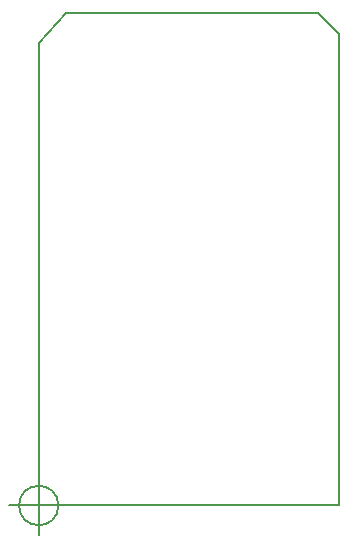
<source format=gbr>
G04 #@! TF.GenerationSoftware,KiCad,Pcbnew,5.0.0*
G04 #@! TF.CreationDate,2018-07-28T11:39:45+02:00*
G04 #@! TF.ProjectId,PTL-IR_remote,50544C2D49525F72656D6F74652E6B69,v1.1*
G04 #@! TF.SameCoordinates,Original*
G04 #@! TF.FileFunction,Profile,NP*
%FSLAX46Y46*%
G04 Gerber Fmt 4.6, Leading zero omitted, Abs format (unit mm)*
G04 Created by KiCad (PCBNEW 5.0.0) date Sat Jul 28 11:39:45 2018*
%MOMM*%
%LPD*%
G01*
G04 APERTURE LIST*
%ADD10C,0.150000*%
G04 APERTURE END LIST*
D10*
X174386666Y-119380000D02*
G75*
G03X174386666Y-119380000I-1666666J0D01*
G01*
X170220000Y-119380000D02*
X175220000Y-119380000D01*
X172720000Y-116880000D02*
X172720000Y-121880000D01*
X198120000Y-79502000D02*
X198120000Y-119380000D01*
X196342000Y-77724000D02*
X198120000Y-79502000D01*
X175069500Y-77724000D02*
X196342000Y-77724000D01*
X172720000Y-80264000D02*
X175069500Y-77724000D01*
X172720000Y-119380000D02*
X172720000Y-80264000D01*
X198120000Y-119380000D02*
X172720000Y-119380000D01*
M02*

</source>
